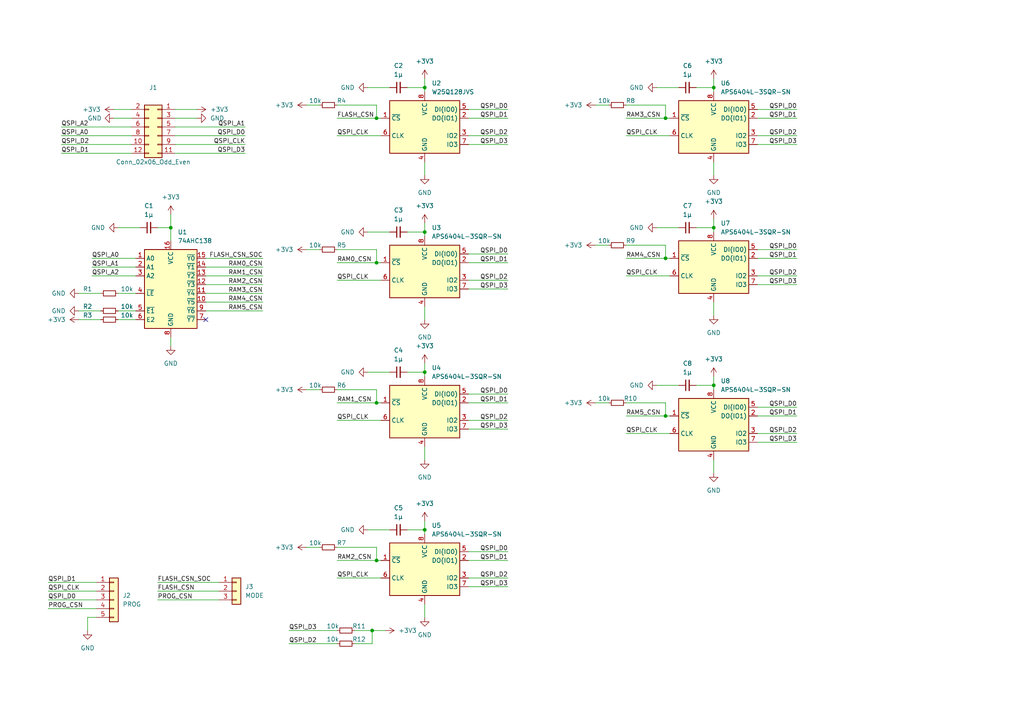
<source format=kicad_sch>
(kicad_sch (version 20211123) (generator eeschema)
  (paper "A4")
  (lib_symbols
    (symbol "74xx:74HC137"
      (property "Reference" "U" (at -7.62 13.97 0))
      (property "Value" "74HC137" (at 2.54 -11.43 0))
      (symbol "74HC137_0_1"
        (rectangle (start -7.62 12.7) (end 7.62 -10.16) (stroke (width 0.254)) (fill (type background)))
      )
      (symbol "74HC137_1_1"
        (pin input line (at -10.16 10.16 0) (length 2.54) (name "A0") (number "1"))
        (pin output line (at 10.16 -2.54 180) (length 2.54) (name "~{Y5}") (number "10"))
        (pin output line (at 10.16 0 180) (length 2.54) (name "~{Y4}") (number "11"))
        (pin output line (at 10.16 2.54 180) (length 2.54) (name "~{Y3}") (number "12"))
        (pin output line (at 10.16 5.08 180) (length 2.54) (name "~{Y2}") (number "13"))
        (pin output line (at 10.16 7.62 180) (length 2.54) (name "~{Y1}") (number "14"))
        (pin output line (at 10.16 10.16 180) (length 2.54) (name "~{Y0}") (number "15"))
        (pin power_in line (at 0 15.24 270) (length 2.54) (name "VCC") (number "16"))
        (pin input line (at -10.16 7.62 0) (length 2.54) (name "A1") (number "2"))
        (pin input line (at -10.16 5.08 0) (length 2.54) (name "A2") (number "3"))
        (pin input line (at -10.16 0 0) (length 2.54) (name "~{LE}") (number "4"))
        (pin input line (at -10.16 -5.08 0) (length 2.54) (name "~{E1}") (number "5"))
        (pin input line (at -10.16 -7.62 0) (length 2.54) (name "E2") (number "6"))
        (pin output line (at 10.16 -7.62 180) (length 2.54) (name "~{Y7}") (number "7"))
        (pin power_in line (at 0 -12.7 90) (length 2.54) (name "GND") (number "8"))
        (pin output line (at 10.16 -5.08 180) (length 2.54) (name "~{Y6}") (number "9"))
      )
    )
    (symbol "Connector_Generic:Conn_01x03" (pin_names (offset 1.016) hide)
      (property "Reference" "J" (at 0 5.08 0))
      (property "Value" "Conn_01x03" (at 0 -5.08 0))
      (symbol "Conn_01x03_1_1"
        (rectangle (start -1.27 -2.413) (end 0 -2.667) (stroke (width 0.1524)))
        (rectangle (start -1.27 0.127) (end 0 -0.127) (stroke (width 0.1524)))
        (rectangle (start -1.27 2.667) (end 0 2.413) (stroke (width 0.1524)))
        (rectangle (start -1.27 3.81) (end 1.27 -3.81) (stroke (width 0.254)) (fill (type background)))
        (pin passive line (at -5.08 2.54 0) (length 3.81) (name "Pin_1") (number "1"))
        (pin passive line (at -5.08 0 0) (length 3.81) (name "Pin_2") (number "2"))
        (pin passive line (at -5.08 -2.54 0) (length 3.81) (name "Pin_3") (number "3"))
      )
    )
    (symbol "Connector_Generic:Conn_01x05" (pin_names (offset 1.016) hide)
      (property "Reference" "J" (at 0 7.62 0))
      (property "Value" "Conn_01x05" (at 0 -7.62 0))
      (symbol "Conn_01x05_1_1"
        (rectangle (start -1.27 -4.953) (end 0 -5.207) (stroke (width 0.1524)))
        (rectangle (start -1.27 -2.413) (end 0 -2.667) (stroke (width 0.1524)))
        (rectangle (start -1.27 0.127) (end 0 -0.127) (stroke (width 0.1524)))
        (rectangle (start -1.27 2.667) (end 0 2.413) (stroke (width 0.1524)))
        (rectangle (start -1.27 5.207) (end 0 4.953) (stroke (width 0.1524)))
        (rectangle (start -1.27 6.35) (end 1.27 -6.35) (stroke (width 0.254)) (fill (type background)))
        (pin passive line (at -5.08 5.08 0) (length 3.81) (name "Pin_1") (number "1"))
        (pin passive line (at -5.08 2.54 0) (length 3.81) (name "Pin_2") (number "2"))
        (pin passive line (at -5.08 0 0) (length 3.81) (name "Pin_3") (number "3"))
        (pin passive line (at -5.08 -2.54 0) (length 3.81) (name "Pin_4") (number "4"))
        (pin passive line (at -5.08 -5.08 0) (length 3.81) (name "Pin_5") (number "5"))
      )
    )
    (symbol "Connector_Generic:Conn_02x06_Odd_Even" (pin_names (offset 1.016) hide)
      (property "Reference" "J" (at 1.27 7.62 0))
      (property "Value" "Conn_02x06_Odd_Even" (at 1.27 -10.16 0))
      (symbol "Conn_02x06_Odd_Even_1_1"
        (rectangle (start -1.27 -7.493) (end 0 -7.747) (stroke (width 0.1524)))
        (rectangle (start -1.27 -4.953) (end 0 -5.207) (stroke (width 0.1524)))
        (rectangle (start -1.27 -2.413) (end 0 -2.667) (stroke (width 0.1524)))
        (rectangle (start -1.27 0.127) (end 0 -0.127) (stroke (width 0.1524)))
        (rectangle (start -1.27 2.667) (end 0 2.413) (stroke (width 0.1524)))
        (rectangle (start -1.27 5.207) (end 0 4.953) (stroke (width 0.1524)))
        (rectangle (start -1.27 6.35) (end 3.81 -8.89) (stroke (width 0.254)) (fill (type background)))
        (rectangle (start 3.81 -7.493) (end 2.54 -7.747) (stroke (width 0.1524)))
        (rectangle (start 3.81 -4.953) (end 2.54 -5.207) (stroke (width 0.1524)))
        (rectangle (start 3.81 -2.413) (end 2.54 -2.667) (stroke (width 0.1524)))
        (rectangle (start 3.81 0.127) (end 2.54 -0.127) (stroke (width 0.1524)))
        (rectangle (start 3.81 2.667) (end 2.54 2.413) (stroke (width 0.1524)))
        (rectangle (start 3.81 5.207) (end 2.54 4.953) (stroke (width 0.1524)))
        (pin passive line (at -5.08 5.08 0) (length 3.81) (name "Pin_1") (number "1"))
        (pin passive line (at 7.62 -5.08 180) (length 3.81) (name "Pin_10") (number "10"))
        (pin passive line (at -5.08 -7.62 0) (length 3.81) (name "Pin_11") (number "11"))
        (pin passive line (at 7.62 -7.62 180) (length 3.81) (name "Pin_12") (number "12"))
        (pin passive line (at 7.62 5.08 180) (length 3.81) (name "Pin_2") (number "2"))
        (pin passive line (at -5.08 2.54 0) (length 3.81) (name "Pin_3") (number "3"))
        (pin passive line (at 7.62 2.54 180) (length 3.81) (name "Pin_4") (number "4"))
        (pin passive line (at -5.08 0 0) (length 3.81) (name "Pin_5") (number "5"))
        (pin passive line (at 7.62 0 180) (length 3.81) (name "Pin_6") (number "6"))
        (pin passive line (at -5.08 -2.54 0) (length 3.81) (name "Pin_7") (number "7"))
        (pin passive line (at 7.62 -2.54 180) (length 3.81) (name "Pin_8") (number "8"))
        (pin passive line (at -5.08 -5.08 0) (length 3.81) (name "Pin_9") (number "9"))
      )
    )
    (symbol "Device:C_Small" (pin_numbers hide) (pin_names (offset 0.254) hide)
      (property "Reference" "C" (at 0.254 1.778 0))
      (property "Value" "C_Small" (at 0.254 -2.032 0))
      (symbol "C_Small_0_1"
        (polyline (pts (xy -1.524 -0.508) (xy 1.524 -0.508)) (stroke (width 0.3302)))
        (polyline (pts (xy -1.524 0.508) (xy 1.524 0.508)) (stroke (width 0.3048)))
      )
      (symbol "C_Small_1_1"
        (pin passive line (at 0 2.54 270) (length 2.032) (name "~") (number "1"))
        (pin passive line (at 0 -2.54 90) (length 2.032) (name "~") (number "2"))
      )
    )
    (symbol "Device:R_Small" (pin_numbers hide) (pin_names (offset 0.254) hide)
      (property "Reference" "R" (at 0.762 0.508 0))
      (property "Value" "R_Small" (at 0.762 -1.016 0))
      (symbol "R_Small_0_1"
        (rectangle (start -0.762 1.778) (end 0.762 -1.778) (stroke (width 0.2032)))
      )
      (symbol "R_Small_1_1"
        (pin passive line (at 0 2.54 270) (length 0.762) (name "~") (number "1"))
        (pin passive line (at 0 -2.54 90) (length 0.762) (name "~") (number "2"))
      )
    )
    (symbol "Memory_Flash:W25Q128JVS"
      (property "Reference" "U" (at -8.89 8.89 0))
      (property "Value" "W25Q128JVS" (at 7.62 8.89 0))
      (symbol "W25Q128JVS_0_1"
        (rectangle (start -10.16 7.62) (end 10.16 -7.62) (stroke (width 0.254)) (fill (type background)))
      )
      (symbol "W25Q128JVS_1_1"
        (pin input line (at -12.7 2.54 0) (length 2.54) (name "~{CS}") (number "1"))
        (pin bidirectional line (at 12.7 2.54 180) (length 2.54) (name "DO(IO1)") (number "2"))
        (pin bidirectional line (at 12.7 -2.54 180) (length 2.54) (name "IO2") (number "3"))
        (pin power_in line (at 0 -10.16 90) (length 2.54) (name "GND") (number "4"))
        (pin bidirectional line (at 12.7 5.08 180) (length 2.54) (name "DI(IO0)") (number "5"))
        (pin input line (at -12.7 -2.54 0) (length 2.54) (name "CLK") (number "6"))
        (pin bidirectional line (at 12.7 -5.08 180) (length 2.54) (name "IO3") (number "7"))
        (pin power_in line (at 0 10.16 270) (length 2.54) (name "VCC") (number "8"))
      )
    )
    (symbol "power:+3V3" (power) (pin_names (offset 0))
      (property "Value" "+3V3" (at 0 3.556 0))
      (symbol "+3V3_0_1"
        (polyline (pts (xy -0.762 1.27) (xy 0 2.54)))
        (polyline (pts (xy 0 0) (xy 0 2.54)))
        (polyline (pts (xy 0 2.54) (xy 0.762 1.27)))
      )
      (symbol "+3V3_1_1"
        (pin power_in line (at 0 0 90) (length 0) hide (name "+3V3") (number "1"))
      )
    )
    (symbol "power:GND" (power) (pin_names (offset 0))
      (property "Value" "GND" (at 0 -3.81 0))
      (symbol "GND_0_1"
        (polyline (pts (xy 0 0) (xy 0 -1.27) (xy 1.27 -1.27) (xy 0 -2.54) (xy -1.27 -1.27) (xy 0 -1.27)))
      )
      (symbol "GND_1_1"
        (pin power_in line (at 0 0 270) (length 0) hide (name "GND") (number "1"))
      )
    )
  )
  (junction (at 123.19 25.4))
  (junction (at 193.04 74.93))
  (junction (at 193.04 120.65))
  (junction (at 109.22 116.84))
  (junction (at 109.22 162.56))
  (junction (at 107.95 182.88))
  (junction (at 109.22 76.2))
  (junction (at 123.19 153.67))
  (junction (at 49.53 66.04))
  (junction (at 207.01 25.4))
  (junction (at 193.04 34.29))
  (junction (at 207.01 66.04))
  (junction (at 207.01 111.76))
  (junction (at 123.19 107.95))
  (junction (at 109.22 34.29))
  (junction (at 123.19 67.31))
  (no_connect (at 59.69 92.71))
  (wire (pts (xy 135.89 116.84) (xy 147.32 116.84)))
  (wire (pts (xy 26.67 77.47) (xy 39.37 77.47)))
  (wire (pts (xy 59.69 77.47) (xy 76.2 77.47)))
  (wire (pts (xy 219.71 41.91) (xy 231.14 41.91)))
  (wire (pts (xy 107.95 182.88) (xy 107.95 186.69)))
  (wire (pts (xy 123.19 175.26) (xy 123.19 179.07)))
  (wire (pts (xy 88.9 113.03) (xy 92.71 113.03)))
  (wire (pts (xy 135.89 83.82) (xy 147.32 83.82)))
  (wire (pts (xy 50.8 31.75) (xy 57.15 31.75)))
  (wire (pts (xy 59.69 87.63) (xy 76.2 87.63)))
  (wire (pts (xy 135.89 34.29) (xy 147.32 34.29)))
  (wire (pts (xy 17.78 39.37) (xy 38.1 39.37)))
  (wire (pts (xy 207.01 133.35) (xy 207.01 137.16)))
  (wire (pts (xy 50.8 44.45) (xy 71.12 44.45)))
  (wire (pts (xy 190.5 25.4) (xy 196.85 25.4)))
  (wire (pts (xy 97.79 76.2) (xy 109.22 76.2)))
  (wire (pts (xy 26.67 80.01) (xy 39.37 80.01)))
  (wire (pts (xy 109.22 30.48) (xy 109.22 34.29)))
  (wire (pts (xy 172.72 30.48) (xy 176.53 30.48)))
  (wire (pts (xy 97.79 30.48) (xy 109.22 30.48)))
  (wire (pts (xy 135.89 39.37) (xy 147.32 39.37)))
  (wire (pts (xy 45.72 173.99) (xy 63.5 173.99)))
  (wire (pts (xy 106.68 25.4) (xy 113.03 25.4)))
  (wire (pts (xy 49.53 62.23) (xy 49.53 66.04)))
  (wire (pts (xy 97.79 121.92) (xy 110.49 121.92)))
  (wire (pts (xy 13.97 168.91) (xy 27.94 168.91)))
  (wire (pts (xy 118.11 107.95) (xy 123.19 107.95)))
  (wire (pts (xy 109.22 72.39) (xy 109.22 76.2)))
  (wire (pts (xy 109.22 113.03) (xy 109.22 116.84)))
  (wire (pts (xy 207.01 87.63) (xy 207.01 91.44)))
  (wire (pts (xy 88.9 158.75) (xy 92.71 158.75)))
  (wire (pts (xy 13.97 173.99) (xy 27.94 173.99)))
  (wire (pts (xy 135.89 76.2) (xy 147.32 76.2)))
  (wire (pts (xy 107.95 186.69) (xy 102.87 186.69)))
  (wire (pts (xy 49.53 97.79) (xy 49.53 100.33)))
  (wire (pts (xy 97.79 72.39) (xy 109.22 72.39)))
  (wire (pts (xy 135.89 160.02) (xy 147.32 160.02)))
  (wire (pts (xy 106.68 67.31) (xy 113.03 67.31)))
  (wire (pts (xy 135.89 81.28) (xy 147.32 81.28)))
  (wire (pts (xy 50.8 41.91) (xy 71.12 41.91)))
  (wire (pts (xy 201.93 66.04) (xy 207.01 66.04)))
  (wire (pts (xy 49.53 66.04) (xy 49.53 69.85)))
  (wire (pts (xy 88.9 30.48) (xy 92.71 30.48)))
  (wire (pts (xy 123.19 88.9) (xy 123.19 92.71)))
  (wire (pts (xy 25.4 182.88) (xy 25.4 179.07)))
  (wire (pts (xy 207.01 63.5) (xy 207.01 66.04)))
  (wire (pts (xy 135.89 73.66) (xy 147.32 73.66)))
  (wire (pts (xy 193.04 34.29) (xy 194.31 34.29)))
  (wire (pts (xy 123.19 25.4) (xy 123.19 26.67)))
  (wire (pts (xy 193.04 116.84) (xy 193.04 120.65)))
  (wire (pts (xy 219.71 118.11) (xy 231.14 118.11)))
  (wire (pts (xy 109.22 76.2) (xy 110.49 76.2)))
  (wire (pts (xy 207.01 109.22) (xy 207.01 111.76)))
  (wire (pts (xy 123.19 107.95) (xy 123.19 109.22)))
  (wire (pts (xy 33.02 31.75) (xy 38.1 31.75)))
  (wire (pts (xy 17.78 36.83) (xy 38.1 36.83)))
  (wire (pts (xy 106.68 107.95) (xy 113.03 107.95)))
  (wire (pts (xy 172.72 71.12) (xy 176.53 71.12)))
  (wire (pts (xy 181.61 30.48) (xy 193.04 30.48)))
  (wire (pts (xy 219.71 74.93) (xy 231.14 74.93)))
  (wire (pts (xy 59.69 85.09) (xy 76.2 85.09)))
  (wire (pts (xy 123.19 151.13) (xy 123.19 153.67)))
  (wire (pts (xy 135.89 167.64) (xy 147.32 167.64)))
  (wire (pts (xy 88.9 72.39) (xy 92.71 72.39)))
  (wire (pts (xy 135.89 162.56) (xy 147.32 162.56)))
  (wire (pts (xy 97.79 116.84) (xy 109.22 116.84)))
  (wire (pts (xy 135.89 124.46) (xy 147.32 124.46)))
  (wire (pts (xy 45.72 66.04) (xy 49.53 66.04)))
  (wire (pts (xy 118.11 67.31) (xy 123.19 67.31)))
  (wire (pts (xy 33.02 34.29) (xy 38.1 34.29)))
  (wire (pts (xy 59.69 90.17) (xy 76.2 90.17)))
  (wire (pts (xy 34.29 92.71) (xy 39.37 92.71)))
  (wire (pts (xy 118.11 153.67) (xy 123.19 153.67)))
  (wire (pts (xy 123.19 67.31) (xy 123.19 68.58)))
  (wire (pts (xy 17.78 41.91) (xy 38.1 41.91)))
  (wire (pts (xy 181.61 80.01) (xy 194.31 80.01)))
  (wire (pts (xy 181.61 34.29) (xy 193.04 34.29)))
  (wire (pts (xy 106.68 153.67) (xy 113.03 153.67)))
  (wire (pts (xy 107.95 182.88) (xy 111.76 182.88)))
  (wire (pts (xy 219.71 120.65) (xy 231.14 120.65)))
  (wire (pts (xy 109.22 34.29) (xy 110.49 34.29)))
  (wire (pts (xy 135.89 114.3) (xy 147.32 114.3)))
  (wire (pts (xy 25.4 179.07) (xy 27.94 179.07)))
  (wire (pts (xy 181.61 74.93) (xy 193.04 74.93)))
  (wire (pts (xy 201.93 111.76) (xy 207.01 111.76)))
  (wire (pts (xy 123.19 105.41) (xy 123.19 107.95)))
  (wire (pts (xy 97.79 167.64) (xy 110.49 167.64)))
  (wire (pts (xy 97.79 158.75) (xy 109.22 158.75)))
  (wire (pts (xy 97.79 81.28) (xy 110.49 81.28)))
  (wire (pts (xy 97.79 113.03) (xy 109.22 113.03)))
  (wire (pts (xy 34.29 85.09) (xy 39.37 85.09)))
  (wire (pts (xy 109.22 116.84) (xy 110.49 116.84)))
  (wire (pts (xy 102.87 182.88) (xy 107.95 182.88)))
  (wire (pts (xy 123.19 46.99) (xy 123.19 50.8)))
  (wire (pts (xy 22.86 85.09) (xy 29.21 85.09)))
  (wire (pts (xy 123.19 153.67) (xy 123.19 154.94)))
  (wire (pts (xy 22.86 90.17) (xy 29.21 90.17)))
  (wire (pts (xy 50.8 36.83) (xy 71.12 36.83)))
  (wire (pts (xy 34.29 90.17) (xy 39.37 90.17)))
  (wire (pts (xy 181.61 125.73) (xy 194.31 125.73)))
  (wire (pts (xy 219.71 128.27) (xy 231.14 128.27)))
  (wire (pts (xy 207.01 111.76) (xy 207.01 113.03)))
  (wire (pts (xy 50.8 39.37) (xy 71.12 39.37)))
  (wire (pts (xy 50.8 34.29) (xy 57.15 34.29)))
  (wire (pts (xy 118.11 25.4) (xy 123.19 25.4)))
  (wire (pts (xy 59.69 80.01) (xy 76.2 80.01)))
  (wire (pts (xy 219.71 34.29) (xy 231.14 34.29)))
  (wire (pts (xy 97.79 39.37) (xy 110.49 39.37)))
  (wire (pts (xy 219.71 80.01) (xy 231.14 80.01)))
  (wire (pts (xy 97.79 34.29) (xy 109.22 34.29)))
  (wire (pts (xy 135.89 170.18) (xy 147.32 170.18)))
  (wire (pts (xy 34.29 66.04) (xy 40.64 66.04)))
  (wire (pts (xy 219.71 125.73) (xy 231.14 125.73)))
  (wire (pts (xy 181.61 116.84) (xy 193.04 116.84)))
  (wire (pts (xy 26.67 74.93) (xy 39.37 74.93)))
  (wire (pts (xy 83.82 186.69) (xy 97.79 186.69)))
  (wire (pts (xy 123.19 22.86) (xy 123.19 25.4)))
  (wire (pts (xy 59.69 82.55) (xy 76.2 82.55)))
  (wire (pts (xy 13.97 176.53) (xy 27.94 176.53)))
  (wire (pts (xy 135.89 31.75) (xy 147.32 31.75)))
  (wire (pts (xy 109.22 162.56) (xy 110.49 162.56)))
  (wire (pts (xy 219.71 82.55) (xy 231.14 82.55)))
  (wire (pts (xy 45.72 168.91) (xy 63.5 168.91)))
  (wire (pts (xy 123.19 64.77) (xy 123.19 67.31)))
  (wire (pts (xy 13.97 171.45) (xy 27.94 171.45)))
  (wire (pts (xy 207.01 22.86) (xy 207.01 25.4)))
  (wire (pts (xy 193.04 71.12) (xy 193.04 74.93)))
  (wire (pts (xy 207.01 25.4) (xy 207.01 26.67)))
  (wire (pts (xy 97.79 162.56) (xy 109.22 162.56)))
  (wire (pts (xy 123.19 129.54) (xy 123.19 133.35)))
  (wire (pts (xy 207.01 66.04) (xy 207.01 67.31)))
  (wire (pts (xy 201.93 25.4) (xy 207.01 25.4)))
  (wire (pts (xy 181.61 71.12) (xy 193.04 71.12)))
  (wire (pts (xy 181.61 39.37) (xy 194.31 39.37)))
  (wire (pts (xy 181.61 120.65) (xy 193.04 120.65)))
  (wire (pts (xy 59.69 74.93) (xy 76.2 74.93)))
  (wire (pts (xy 207.01 46.99) (xy 207.01 50.8)))
  (wire (pts (xy 219.71 72.39) (xy 231.14 72.39)))
  (wire (pts (xy 193.04 30.48) (xy 193.04 34.29)))
  (wire (pts (xy 219.71 39.37) (xy 231.14 39.37)))
  (wire (pts (xy 17.78 44.45) (xy 38.1 44.45)))
  (wire (pts (xy 219.71 31.75) (xy 231.14 31.75)))
  (wire (pts (xy 135.89 41.91) (xy 147.32 41.91)))
  (wire (pts (xy 83.82 182.88) (xy 97.79 182.88)))
  (wire (pts (xy 45.72 171.45) (xy 63.5 171.45)))
  (wire (pts (xy 193.04 120.65) (xy 194.31 120.65)))
  (wire (pts (xy 109.22 158.75) (xy 109.22 162.56)))
  (wire (pts (xy 172.72 116.84) (xy 176.53 116.84)))
  (wire (pts (xy 193.04 74.93) (xy 194.31 74.93)))
  (wire (pts (xy 22.86 92.71) (xy 29.21 92.71)))
  (wire (pts (xy 135.89 121.92) (xy 147.32 121.92)))
  (wire (pts (xy 190.5 66.04) (xy 196.85 66.04)))
  (wire (pts (xy 190.5 111.76) (xy 196.85 111.76)))
  (label "RAM5_CSN" (at 181.61 120.65 0))
  (label "QSPI_D1" (at 17.78 44.45 0))
  (label "QSPI_D3" (at 231.14 128.27 180))
  (label "RAM1_CSN" (at 97.79 116.84 0))
  (label "QSPI_D0" (at 147.32 73.66 180))
  (label "RAM1_CSN" (at 76.2 80.01 180))
  (label "QSPI_D1" (at 147.32 76.2 180))
  (label "RAM0_CSN" (at 76.2 77.47 180))
  (label "QSPI_D2" (at 17.78 41.91 0))
  (label "QSPI_D0" (at 147.32 160.02 180))
  (label "FLASH_CSN_SOC" (at 76.2 74.93 180))
  (label "QSPI_A0" (at 26.67 74.93 0))
  (label "QSPI_D0" (at 71.12 39.37 180))
  (label "QSPI_CLK" (at 71.12 41.91 180))
  (label "QSPI_CLK" (at 97.79 121.92 0))
  (label "FLASH_CSN_SOC" (at 45.72 168.91 0))
  (label "QSPI_D2" (at 83.82 186.69 0))
  (label "PROG_CSN" (at 13.97 176.53 0))
  (label "QSPI_D0" (at 13.97 173.99 0))
  (label "QSPI_A0" (at 17.78 39.37 0))
  (label "QSPI_D2" (at 147.32 121.92 180))
  (label "QSPI_D1" (at 147.32 162.56 180))
  (label "QSPI_D3" (at 147.32 83.82 180))
  (label "QSPI_D3" (at 71.12 44.45 180))
  (label "QSPI_D1" (at 147.32 116.84 180))
  (label "QSPI_D2" (at 231.14 39.37 180))
  (label "QSPI_D3" (at 231.14 41.91 180))
  (label "RAM3_CSN" (at 76.2 85.09 180))
  (label "QSPI_CLK" (at 181.61 80.01 0))
  (label "QSPI_CLK" (at 97.79 81.28 0))
  (label "FLASH_CSN" (at 97.79 34.29 0))
  (label "QSPI_D1" (at 231.14 74.93 180))
  (label "QSPI_CLK" (at 97.79 167.64 0))
  (label "QSPI_D0" (at 231.14 118.11 180))
  (label "RAM0_CSN" (at 97.79 76.2 0))
  (label "QSPI_CLK" (at 13.97 171.45 0))
  (label "QSPI_D1" (at 231.14 34.29 180))
  (label "QSPI_A1" (at 71.12 36.83 180))
  (label "QSPI_D3" (at 147.32 41.91 180))
  (label "QSPI_CLK" (at 181.61 39.37 0))
  (label "QSPI_D3" (at 147.32 124.46 180))
  (label "QSPI_D0" (at 147.32 31.75 180))
  (label "QSPI_A2" (at 26.67 80.01 0))
  (label "QSPI_D2" (at 147.32 81.28 180))
  (label "RAM4_CSN" (at 181.61 74.93 0))
  (label "QSPI_D0" (at 231.14 72.39 180))
  (label "PROG_CSN" (at 45.72 173.99 0))
  (label "FLASH_CSN" (at 45.72 171.45 0))
  (label "QSPI_D1" (at 13.97 168.91 0))
  (label "QSPI_D3" (at 147.32 170.18 180))
  (label "RAM5_CSN" (at 76.2 90.17 180))
  (label "QSPI_A1" (at 26.67 77.47 0))
  (label "QSPI_D3" (at 83.82 182.88 0))
  (label "QSPI_D0" (at 231.14 31.75 180))
  (label "QSPI_A2" (at 17.78 36.83 0))
  (label "QSPI_D1" (at 231.14 120.65 180))
  (label "QSPI_D2" (at 147.32 39.37 180))
  (label "RAM3_CSN" (at 181.61 34.29 0))
  (label "QSPI_D2" (at 231.14 80.01 180))
  (label "QSPI_CLK" (at 181.61 125.73 0))
  (label "RAM4_CSN" (at 76.2 87.63 180))
  (label "QSPI_CLK" (at 97.79 39.37 0))
  (label "QSPI_D0" (at 147.32 114.3 180))
  (label "QSPI_D3" (at 231.14 82.55 180))
  (label "QSPI_D1" (at 147.32 34.29 180))
  (label "QSPI_D2" (at 147.32 167.64 180))
  (label "RAM2_CSN" (at 76.2 82.55 180))
  (label "QSPI_D2" (at 231.14 125.73 180))
  (label "RAM2_CSN" (at 97.79 162.56 0))
  (symbol (lib_id "Memory_Flash:W25Q128JVS") (at 123.19 36.83 0) (unit 1)
    (property "Reference" "U2" (at 125.2094 24.13 0) (effects (justify left)))
    (property "Value" "W25Q128JVS" (at 125.2094 26.67 0) (effects (justify left)))
    (property "Footprint" "Package_SO:SOIC-8_5.23x5.23mm_P1.27mm" (effects hide))
    (property "Datasheet" "http://www.winbond.com/resource-files/w25q128jv_dtr%20revc%2003272018%20plus.pdf" (effects hide))
  )
  (symbol (lib_id "power:+3V3") (at 88.9 158.75 90) (unit 1)
    (property "Reference" "#PWR014" (effects hide))
    (property "Value" "+3V3" (at 85.09 158.7499 90) (effects (justify left)))
  )
  (symbol (lib_id "Device:R_Small") (at 31.75 90.17 90) (unit 1)
    (property "Reference" "R2" (at 25.4 88.9 90))
    (property "Value" "10k" (at 36.83 88.9 90))
    (property "Footprint" "Resistor_SMD:R_0603_1608Metric" (effects hide))
  )
  (symbol (lib_id "Memory_Flash:W25Q128JVS") (at 207.01 77.47 0) (unit 1)
    (property "Reference" "U7" (at 209.0294 64.77 0) (effects (justify left)))
    (property "Value" "APS6404L-3SQR-SN" (at 209.0294 67.31 0) (effects (justify left)))
    (property "Footprint" "Package_SO:SOIC-8_3.9x4.9mm_P1.27mm" (effects hide))
    (property "Datasheet" "http://www.winbond.com/resource-files/w25q128jv_dtr%20revc%2003272018%20plus.pdf" (effects hide))
  )
  (symbol (lib_id "power:GND") (at 123.19 92.71 0) (unit 1)
    (property "Reference" "#PWR022" (effects hide))
    (property "Value" "GND" (at 123.19 97.79 0))
  )
  (symbol (lib_id "power:+3V3") (at 123.19 22.86 0) (unit 1)
    (property "Reference" "#PWR019" (effects hide))
    (property "Value" "+3V3" (at 123.19 17.78 0))
  )
  (symbol (lib_id "power:GND") (at 57.15 34.29 90) (unit 1)
    (property "Reference" "#PWR010" (effects hide))
    (property "Value" "GND" (at 60.96 34.2899 90) (effects (justify right)))
  )
  (symbol (lib_id "Device:C_Small") (at 115.57 107.95 90) (unit 1)
    (property "Reference" "C4" (at 115.5763 101.6 90))
    (property "Value" "1µ" (at 115.5763 104.14 90))
    (property "Footprint" "Capacitor_SMD:C_0603_1608Metric" (effects hide))
  )
  (symbol (lib_id "power:+3V3") (at 88.9 113.03 90) (unit 1)
    (property "Reference" "#PWR013" (effects hide))
    (property "Value" "+3V3" (at 85.09 113.0299 90) (effects (justify left)))
  )
  (symbol (lib_id "power:+3V3") (at 22.86 92.71 90) (unit 1)
    (property "Reference" "#PWR03" (effects hide))
    (property "Value" "+3V3" (at 19.05 92.7099 90) (effects (justify left)))
  )
  (symbol (lib_id "power:+3V3") (at 207.01 22.86 0) (unit 1)
    (property "Reference" "#PWR033" (effects hide))
    (property "Value" "+3V3" (at 207.01 17.78 0))
  )
  (symbol (lib_id "power:GND") (at 123.19 179.07 0) (unit 1)
    (property "Reference" "#PWR026" (effects hide))
    (property "Value" "GND" (at 123.19 184.15 0))
  )
  (symbol (lib_id "Device:R_Small") (at 179.07 71.12 90) (unit 1)
    (property "Reference" "R9" (at 182.88 69.85 90))
    (property "Value" "10k" (at 175.26 69.85 90))
    (property "Footprint" "Resistor_SMD:R_0603_1608Metric" (effects hide))
  )
  (symbol (lib_id "power:+3V3") (at 123.19 64.77 0) (unit 1)
    (property "Reference" "#PWR021" (effects hide))
    (property "Value" "+3V3" (at 123.19 59.69 0))
  )
  (symbol (lib_id "Device:C_Small") (at 115.57 153.67 90) (unit 1)
    (property "Reference" "C5" (at 115.5763 147.32 90))
    (property "Value" "1µ" (at 115.5763 149.86 90))
    (property "Footprint" "Capacitor_SMD:C_0603_1608Metric" (effects hide))
  )
  (symbol (lib_id "power:+3V3") (at 111.76 182.88 270) (unit 1)
    (property "Reference" "#PWR0101" (effects hide))
    (property "Value" "+3V3" (at 115.57 182.8799 90) (effects (justify left)))
  )
  (symbol (lib_id "power:GND") (at 207.01 137.16 0) (unit 1)
    (property "Reference" "#PWR038" (effects hide))
    (property "Value" "GND" (at 207.01 142.24 0))
  )
  (symbol (lib_id "Device:R_Small") (at 179.07 116.84 90) (unit 1)
    (property "Reference" "R10" (at 182.88 115.57 90))
    (property "Value" "10k" (at 175.26 115.57 90))
    (property "Footprint" "Resistor_SMD:R_0603_1608Metric" (effects hide))
  )
  (symbol (lib_id "power:GND") (at 123.19 50.8 0) (unit 1)
    (property "Reference" "#PWR020" (effects hide))
    (property "Value" "GND" (at 123.19 55.88 0))
  )
  (symbol (lib_id "power:GND") (at 106.68 107.95 270) (unit 1)
    (property "Reference" "#PWR017" (effects hide))
    (property "Value" "GND" (at 102.87 107.9499 90) (effects (justify right)))
  )
  (symbol (lib_id "Device:C_Small") (at 43.18 66.04 90) (unit 1)
    (property "Reference" "C1" (at 43.1863 59.69 90))
    (property "Value" "1µ" (at 43.1863 62.23 90))
    (property "Footprint" "Capacitor_SMD:C_0603_1608Metric" (effects hide))
  )
  (symbol (lib_id "Memory_Flash:W25Q128JVS") (at 123.19 78.74 0) (unit 1)
    (property "Reference" "U3" (at 125.2094 66.04 0) (effects (justify left)))
    (property "Value" "APS6404L-3SQR-SN" (at 125.2094 68.58 0) (effects (justify left)))
    (property "Footprint" "Package_SO:SOIC-8_3.9x4.9mm_P1.27mm" (effects hide))
    (property "Datasheet" "http://www.winbond.com/resource-files/w25q128jv_dtr%20revc%2003272018%20plus.pdf" (effects hide))
  )
  (symbol (lib_id "Connector_Generic:Conn_01x03") (at 68.58 171.45 0) (unit 1)
    (property "Reference" "J3" (at 71.12 170.1799 0) (effects (justify left)))
    (property "Value" "MODE" (at 71.12 172.7199 0) (effects (justify left)))
    (property "Footprint" "Connector_PinHeader_2.54mm:PinHeader_1x03_P2.54mm_Vertical" (effects hide))
  )
  (symbol (lib_id "power:GND") (at 106.68 25.4 270) (unit 1)
    (property "Reference" "#PWR015" (effects hide))
    (property "Value" "GND" (at 102.87 25.3999 90) (effects (justify right)))
  )
  (symbol (lib_id "Memory_Flash:W25Q128JVS") (at 123.19 165.1 0) (unit 1)
    (property "Reference" "U5" (at 125.2094 152.4 0) (effects (justify left)))
    (property "Value" "APS6404L-3SQR-SN" (at 125.2094 154.94 0) (effects (justify left)))
    (property "Footprint" "Package_SO:SOIC-8_3.9x4.9mm_P1.27mm" (effects hide))
    (property "Datasheet" "http://www.winbond.com/resource-files/w25q128jv_dtr%20revc%2003272018%20plus.pdf" (effects hide))
  )
  (symbol (lib_id "power:+3V3") (at 172.72 30.48 90) (unit 1)
    (property "Reference" "#PWR027" (effects hide))
    (property "Value" "+3V3" (at 168.91 30.4799 90) (effects (justify left)))
  )
  (symbol (lib_id "Device:C_Small") (at 199.39 66.04 90) (unit 1)
    (property "Reference" "C7" (at 199.3963 59.69 90))
    (property "Value" "1µ" (at 199.3963 62.23 90))
    (property "Footprint" "Capacitor_SMD:C_0603_1608Metric" (effects hide))
  )
  (symbol (lib_id "power:GND") (at 22.86 85.09 270) (unit 1)
    (property "Reference" "#PWR01" (effects hide))
    (property "Value" "GND" (at 19.05 85.0899 90) (effects (justify right)))
  )
  (symbol (lib_id "power:GND") (at 106.68 153.67 270) (unit 1)
    (property "Reference" "#PWR018" (effects hide))
    (property "Value" "GND" (at 102.87 153.6699 90) (effects (justify right)))
  )
  (symbol (lib_id "Device:C_Small") (at 199.39 25.4 90) (unit 1)
    (property "Reference" "C6" (at 199.3963 19.05 90))
    (property "Value" "1µ" (at 199.3963 21.59 90))
    (property "Footprint" "Capacitor_SMD:C_0603_1608Metric" (effects hide))
  )
  (symbol (lib_id "power:GND") (at 22.86 90.17 270) (unit 1)
    (property "Reference" "#PWR02" (effects hide))
    (property "Value" "GND" (at 19.05 90.1699 90) (effects (justify right)))
  )
  (symbol (lib_id "Device:C_Small") (at 115.57 67.31 90) (unit 1)
    (property "Reference" "C3" (at 115.5763 60.96 90))
    (property "Value" "1µ" (at 115.5763 63.5 90))
    (property "Footprint" "Capacitor_SMD:C_0603_1608Metric" (effects hide))
  )
  (symbol (lib_id "power:GND") (at 123.19 133.35 0) (unit 1)
    (property "Reference" "#PWR024" (effects hide))
    (property "Value" "GND" (at 123.19 138.43 0))
  )
  (symbol (lib_id "Device:R_Small") (at 95.25 158.75 90) (unit 1)
    (property "Reference" "R7" (at 99.06 157.48 90))
    (property "Value" "10k" (at 91.44 157.48 90))
    (property "Footprint" "Resistor_SMD:R_0603_1608Metric" (effects hide))
  )
  (symbol (lib_id "Device:R_Small") (at 95.25 113.03 90) (unit 1)
    (property "Reference" "R6" (at 99.06 111.76 90))
    (property "Value" "10k" (at 91.44 111.76 90))
    (property "Footprint" "Resistor_SMD:R_0603_1608Metric" (effects hide))
  )
  (symbol (lib_id "power:GND") (at 25.4 182.88 0) (unit 1)
    (property "Reference" "#PWR0102" (effects hide))
    (property "Value" "GND" (at 25.4 187.96 0))
  )
  (symbol (lib_id "74xx:74HC137") (at 49.53 85.09 0) (unit 1)
    (property "Reference" "U1" (at 51.5494 67.31 0) (effects (justify left)))
    (property "Value" "74AHC138" (at 51.5494 69.85 0) (effects (justify left)))
    (property "Footprint" "Package_SO:SO-16_3.9x9.9mm_P1.27mm" (effects hide))
    (property "Datasheet" "http://www.ti.com/lit/ds/symlink/cd74hc237.pdf" (effects hide))
  )
  (symbol (lib_id "Device:C_Small") (at 199.39 111.76 90) (unit 1)
    (property "Reference" "C8" (at 199.3963 105.41 90))
    (property "Value" "1µ" (at 199.3963 107.95 90))
    (property "Footprint" "Resistor_SMD:R_0603_1608Metric" (effects hide))
  )
  (symbol (lib_id "Device:R_Small") (at 95.25 72.39 90) (unit 1)
    (property "Reference" "R5" (at 99.06 71.12 90))
    (property "Value" "10k" (at 91.44 71.12 90))
    (property "Footprint" "Resistor_SMD:R_0603_1608Metric" (effects hide))
  )
  (symbol (lib_id "Device:R_Small") (at 95.25 30.48 90) (unit 1)
    (property "Reference" "R4" (at 99.06 29.21 90))
    (property "Value" "10k" (at 91.44 29.21 90))
    (property "Footprint" "Resistor_SMD:R_0603_1608Metric" (effects hide))
  )
  (symbol (lib_id "Device:R_Small") (at 31.75 85.09 90) (unit 1)
    (property "Reference" "R1" (at 25.4 83.82 90))
    (property "Value" "10k" (at 36.83 83.82 90))
    (property "Footprint" "Resistor_SMD:R_0603_1608Metric" (effects hide))
  )
  (symbol (lib_id "power:GND") (at 106.68 67.31 270) (unit 1)
    (property "Reference" "#PWR016" (effects hide))
    (property "Value" "GND" (at 102.87 67.3099 90) (effects (justify right)))
  )
  (symbol (lib_id "power:+3V3") (at 57.15 31.75 270) (unit 1)
    (property "Reference" "#PWR09" (effects hide))
    (property "Value" "+3V3" (at 60.96 31.7499 90) (effects (justify left)))
  )
  (symbol (lib_id "power:+3V3") (at 88.9 30.48 90) (unit 1)
    (property "Reference" "#PWR011" (effects hide))
    (property "Value" "+3V3" (at 85.09 30.4799 90) (effects (justify left)))
  )
  (symbol (lib_id "power:GND") (at 190.5 66.04 270) (unit 1)
    (property "Reference" "#PWR031" (effects hide))
    (property "Value" "GND" (at 186.69 66.0399 90) (effects (justify right)))
  )
  (symbol (lib_id "power:GND") (at 33.02 34.29 270) (unit 1)
    (property "Reference" "#PWR05" (effects hide))
    (property "Value" "GND" (at 25.4 34.29 90) (effects (justify left)))
  )
  (symbol (lib_id "power:GND") (at 207.01 91.44 0) (unit 1)
    (property "Reference" "#PWR036" (effects hide))
    (property "Value" "GND" (at 207.01 96.52 0))
  )
  (symbol (lib_id "power:GND") (at 34.29 66.04 270) (unit 1)
    (property "Reference" "#PWR06" (effects hide))
    (property "Value" "GND" (at 30.48 66.0399 90) (effects (justify right)))
  )
  (symbol (lib_id "Device:C_Small") (at 115.57 25.4 90) (unit 1)
    (property "Reference" "C2" (at 115.5763 19.05 90))
    (property "Value" "1µ" (at 115.5763 21.59 90))
    (property "Footprint" "Capacitor_SMD:C_0603_1608Metric" (effects hide))
  )
  (symbol (lib_id "Device:R_Small") (at 179.07 30.48 90) (unit 1)
    (property "Reference" "R8" (at 182.88 29.21 90))
    (property "Value" "10k" (at 175.26 29.21 90))
    (property "Footprint" "Resistor_SMD:R_0603_1608Metric" (effects hide))
  )
  (symbol (lib_id "Memory_Flash:W25Q128JVS") (at 123.19 119.38 0) (unit 1)
    (property "Reference" "U4" (at 125.2094 106.68 0) (effects (justify left)))
    (property "Value" "APS6404L-3SQR-SN" (at 125.2094 109.22 0) (effects (justify left)))
    (property "Footprint" "Package_SO:SOIC-8_3.9x4.9mm_P1.27mm" (effects hide))
    (property "Datasheet" "http://www.winbond.com/resource-files/w25q128jv_dtr%20revc%2003272018%20plus.pdf" (effects hide))
  )
  (symbol (lib_id "Device:R_Small") (at 100.33 182.88 90) (unit 1)
    (property "Reference" "R11" (at 104.14 181.61 90))
    (property "Value" "10k" (at 96.52 181.61 90))
    (property "Footprint" "Resistor_SMD:R_0603_1608Metric" (effects hide))
  )
  (symbol (lib_id "power:GND") (at 207.01 50.8 0) (unit 1)
    (property "Reference" "#PWR034" (effects hide))
    (property "Value" "GND" (at 207.01 55.88 0))
  )
  (symbol (lib_id "power:+3V3") (at 172.72 116.84 90) (unit 1)
    (property "Reference" "#PWR029" (effects hide))
    (property "Value" "+3V3" (at 168.91 116.8399 90) (effects (justify left)))
  )
  (symbol (lib_id "Memory_Flash:W25Q128JVS") (at 207.01 123.19 0) (unit 1)
    (property "Reference" "U8" (at 209.0294 110.49 0) (effects (justify left)))
    (property "Value" "APS6404L-3SQR-SN" (at 209.0294 113.03 0) (effects (justify left)))
    (property "Footprint" "Package_SO:SOIC-8_3.9x4.9mm_P1.27mm" (effects hide))
    (property "Datasheet" "http://www.winbond.com/resource-files/w25q128jv_dtr%20revc%2003272018%20plus.pdf" (effects hide))
  )
  (symbol (lib_id "power:+3V3") (at 123.19 105.41 0) (unit 1)
    (property "Reference" "#PWR023" (effects hide))
    (property "Value" "+3V3" (at 123.19 100.33 0))
  )
  (symbol (lib_id "power:+3V3") (at 33.02 31.75 90) (unit 1)
    (property "Reference" "#PWR04" (effects hide))
    (property "Value" "+3V3" (at 29.21 31.7499 90) (effects (justify left)))
  )
  (symbol (lib_id "power:+3V3") (at 49.53 62.23 0) (unit 1)
    (property "Reference" "#PWR07" (effects hide))
    (property "Value" "+3V3" (at 49.53 57.15 0))
  )
  (symbol (lib_id "power:GND") (at 190.5 111.76 270) (unit 1)
    (property "Reference" "#PWR032" (effects hide))
    (property "Value" "GND" (at 186.69 111.7599 90) (effects (justify right)))
  )
  (symbol (lib_id "power:GND") (at 49.53 100.33 0) (unit 1)
    (property "Reference" "#PWR08" (effects hide))
    (property "Value" "GND" (at 49.53 105.41 0))
  )
  (symbol (lib_id "Memory_Flash:W25Q128JVS") (at 207.01 36.83 0) (unit 1)
    (property "Reference" "U6" (at 209.0294 24.13 0) (effects (justify left)))
    (property "Value" "APS6404L-3SQR-SN" (at 209.0294 26.67 0) (effects (justify left)))
    (property "Footprint" "Package_SO:SOIC-8_3.9x4.9mm_P1.27mm" (effects hide))
    (property "Datasheet" "http://www.winbond.com/resource-files/w25q128jv_dtr%20revc%2003272018%20plus.pdf" (effects hide))
  )
  (symbol (lib_id "power:+3V3") (at 123.19 151.13 0) (unit 1)
    (property "Reference" "#PWR025" (effects hide))
    (property "Value" "+3V3" (at 123.19 146.05 0))
  )
  (symbol (lib_id "power:+3V3") (at 88.9 72.39 90) (unit 1)
    (property "Reference" "#PWR012" (effects hide))
    (property "Value" "+3V3" (at 85.09 72.3899 90) (effects (justify left)))
  )
  (symbol (lib_id "power:GND") (at 190.5 25.4 270) (unit 1)
    (property "Reference" "#PWR030" (effects hide))
    (property "Value" "GND" (at 186.69 25.3999 90) (effects (justify right)))
  )
  (symbol (lib_id "power:+3V3") (at 172.72 71.12 90) (unit 1)
    (property "Reference" "#PWR028" (effects hide))
    (property "Value" "+3V3" (at 168.91 71.1199 90) (effects (justify left)))
  )
  (symbol (lib_id "Connector_Generic:Conn_01x05") (at 33.02 173.99 0) (unit 1)
    (property "Reference" "J2" (at 35.56 172.7199 0) (effects (justify left)))
    (property "Value" "PROG" (at 35.56 175.2599 0) (effects (justify left)))
    (property "Footprint" "Connector_PinHeader_2.54mm:PinHeader_1x05_P2.54mm_Vertical" (effects hide))
  )
  (symbol (lib_id "power:+3V3") (at 207.01 109.22 0) (unit 1)
    (property "Reference" "#PWR037" (effects hide))
    (property "Value" "+3V3" (at 207.01 104.14 0))
  )
  (symbol (lib_id "Connector_Generic:Conn_02x06_Odd_Even") (at 45.72 36.83 0) (mirror y) (unit 1)
    (property "Reference" "J1" (at 44.45 25.4 0))
    (property "Value" "Conn_02x06_Odd_Even" (at 44.45 46.99 0))
    (property "Footprint" "Connector_PinHeader_2.54mm:PinHeader_2x06_P2.54mm_Horizontal" (effects hide))
  )
  (symbol (lib_id "power:+3V3") (at 207.01 63.5 0) (unit 1)
    (property "Reference" "#PWR035" (effects hide))
    (property "Value" "+3V3" (at 207.01 58.42 0))
  )
  (symbol (lib_id "Device:R_Small") (at 31.75 92.71 90) (unit 1)
    (property "Reference" "R3" (at 25.4 91.44 90))
    (property "Value" "10k" (at 36.83 91.44 90))
    (property "Footprint" "Resistor_SMD:R_0603_1608Metric" (effects hide))
  )
  (symbol (lib_id "Device:R_Small") (at 100.33 186.69 90) (unit 1)
    (property "Reference" "R12" (at 104.14 185.42 90))
    (property "Value" "10k" (at 96.52 185.42 90))
    (property "Footprint" "Resistor_SMD:R_0603_1608Metric" (effects hide))
  )
)
</source>
